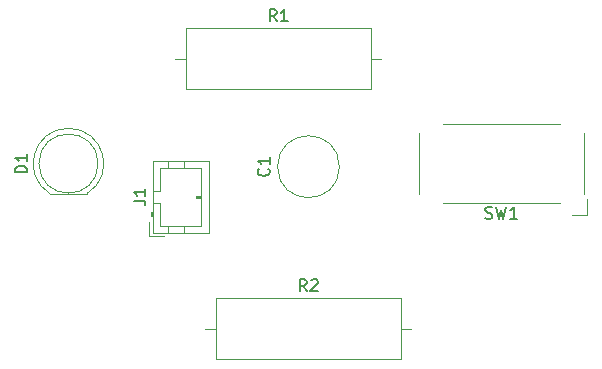
<source format=gbr>
%TF.GenerationSoftware,KiCad,Pcbnew,(6.0.10)*%
%TF.CreationDate,2023-02-23T16:00:17-08:00*%
%TF.ProjectId,lab4 Exercise 1,6c616234-2045-4786-9572-636973652031,rev?*%
%TF.SameCoordinates,Original*%
%TF.FileFunction,Legend,Top*%
%TF.FilePolarity,Positive*%
%FSLAX46Y46*%
G04 Gerber Fmt 4.6, Leading zero omitted, Abs format (unit mm)*
G04 Created by KiCad (PCBNEW (6.0.10)) date 2023-02-23 16:00:17*
%MOMM*%
%LPD*%
G01*
G04 APERTURE LIST*
%ADD10C,0.150000*%
%ADD11C,0.120000*%
G04 APERTURE END LIST*
D10*
%TO.C,D1*%
X120952380Y-88368095D02*
X119952380Y-88368095D01*
X119952380Y-88130000D01*
X120000000Y-87987142D01*
X120095238Y-87891904D01*
X120190476Y-87844285D01*
X120380952Y-87796666D01*
X120523809Y-87796666D01*
X120714285Y-87844285D01*
X120809523Y-87891904D01*
X120904761Y-87987142D01*
X120952380Y-88130000D01*
X120952380Y-88368095D01*
X120952380Y-86844285D02*
X120952380Y-87415714D01*
X120952380Y-87130000D02*
X119952380Y-87130000D01*
X120095238Y-87225238D01*
X120190476Y-87320476D01*
X120238095Y-87415714D01*
%TO.C,SW1*%
X159766666Y-92254761D02*
X159909523Y-92302380D01*
X160147619Y-92302380D01*
X160242857Y-92254761D01*
X160290476Y-92207142D01*
X160338095Y-92111904D01*
X160338095Y-92016666D01*
X160290476Y-91921428D01*
X160242857Y-91873809D01*
X160147619Y-91826190D01*
X159957142Y-91778571D01*
X159861904Y-91730952D01*
X159814285Y-91683333D01*
X159766666Y-91588095D01*
X159766666Y-91492857D01*
X159814285Y-91397619D01*
X159861904Y-91350000D01*
X159957142Y-91302380D01*
X160195238Y-91302380D01*
X160338095Y-91350000D01*
X160671428Y-91302380D02*
X160909523Y-92302380D01*
X161100000Y-91588095D01*
X161290476Y-92302380D01*
X161528571Y-91302380D01*
X162433333Y-92302380D02*
X161861904Y-92302380D01*
X162147619Y-92302380D02*
X162147619Y-91302380D01*
X162052380Y-91445238D01*
X161957142Y-91540476D01*
X161861904Y-91588095D01*
%TO.C,J1*%
X129972380Y-90773333D02*
X130686666Y-90773333D01*
X130829523Y-90820952D01*
X130924761Y-90916190D01*
X130972380Y-91059047D01*
X130972380Y-91154285D01*
X130972380Y-89773333D02*
X130972380Y-90344761D01*
X130972380Y-90059047D02*
X129972380Y-90059047D01*
X130115238Y-90154285D01*
X130210476Y-90249523D01*
X130258095Y-90344761D01*
%TO.C,C1*%
X141387142Y-88066666D02*
X141434761Y-88114285D01*
X141482380Y-88257142D01*
X141482380Y-88352380D01*
X141434761Y-88495238D01*
X141339523Y-88590476D01*
X141244285Y-88638095D01*
X141053809Y-88685714D01*
X140910952Y-88685714D01*
X140720476Y-88638095D01*
X140625238Y-88590476D01*
X140530000Y-88495238D01*
X140482380Y-88352380D01*
X140482380Y-88257142D01*
X140530000Y-88114285D01*
X140577619Y-88066666D01*
X141482380Y-87114285D02*
X141482380Y-87685714D01*
X141482380Y-87400000D02*
X140482380Y-87400000D01*
X140625238Y-87495238D01*
X140720476Y-87590476D01*
X140768095Y-87685714D01*
%TO.C,R2*%
X144613333Y-98432380D02*
X144280000Y-97956190D01*
X144041904Y-98432380D02*
X144041904Y-97432380D01*
X144422857Y-97432380D01*
X144518095Y-97480000D01*
X144565714Y-97527619D01*
X144613333Y-97622857D01*
X144613333Y-97765714D01*
X144565714Y-97860952D01*
X144518095Y-97908571D01*
X144422857Y-97956190D01*
X144041904Y-97956190D01*
X144994285Y-97527619D02*
X145041904Y-97480000D01*
X145137142Y-97432380D01*
X145375238Y-97432380D01*
X145470476Y-97480000D01*
X145518095Y-97527619D01*
X145565714Y-97622857D01*
X145565714Y-97718095D01*
X145518095Y-97860952D01*
X144946666Y-98432380D01*
X145565714Y-98432380D01*
%TO.C,R1*%
X142073333Y-75572380D02*
X141740000Y-75096190D01*
X141501904Y-75572380D02*
X141501904Y-74572380D01*
X141882857Y-74572380D01*
X141978095Y-74620000D01*
X142025714Y-74667619D01*
X142073333Y-74762857D01*
X142073333Y-74905714D01*
X142025714Y-75000952D01*
X141978095Y-75048571D01*
X141882857Y-75096190D01*
X141501904Y-75096190D01*
X143025714Y-75572380D02*
X142454285Y-75572380D01*
X142740000Y-75572380D02*
X142740000Y-74572380D01*
X142644761Y-74715238D01*
X142549523Y-74810476D01*
X142454285Y-74858095D01*
D11*
%TO.C,D1*%
X122915000Y-90190000D02*
X126005000Y-90190000D01*
X124460462Y-84640000D02*
G75*
G03*
X122915170Y-90190000I-462J-2990000D01*
G01*
X126004830Y-90190000D02*
G75*
G03*
X124459538Y-84640000I-1544830J2560000D01*
G01*
X126960000Y-87630000D02*
G75*
G03*
X126960000Y-87630000I-2500000J0D01*
G01*
%TO.C,SW1*%
X154100000Y-90250000D02*
X154100000Y-85050000D01*
X168100000Y-85050000D02*
X168100000Y-90250000D01*
X166050000Y-91000000D02*
X156150000Y-91000000D01*
X168400000Y-91950000D02*
X167100000Y-91950000D01*
X168400000Y-90650000D02*
X168400000Y-91950000D01*
X156150000Y-84300000D02*
X166050000Y-84300000D01*
%TO.C,J1*%
X135720000Y-90440000D02*
X135220000Y-90440000D01*
X134220000Y-87380000D02*
X134220000Y-87990000D01*
X135720000Y-92890000D02*
X135720000Y-87990000D01*
X131510000Y-91740000D02*
X131510000Y-92040000D01*
X131610000Y-90940000D02*
X132220000Y-90940000D01*
X131310000Y-92550000D02*
X131310000Y-93800000D01*
X134220000Y-93500000D02*
X134220000Y-92890000D01*
X132220000Y-89940000D02*
X131610000Y-89940000D01*
X135220000Y-90540000D02*
X135220000Y-90340000D01*
X131310000Y-93800000D02*
X132560000Y-93800000D01*
X132220000Y-87990000D02*
X132220000Y-89940000D01*
X132220000Y-92890000D02*
X135720000Y-92890000D01*
X136330000Y-87380000D02*
X131610000Y-87380000D01*
X131410000Y-92040000D02*
X131610000Y-92040000D01*
X135220000Y-90340000D02*
X135720000Y-90340000D01*
X131610000Y-87380000D02*
X131610000Y-93500000D01*
X132220000Y-90940000D02*
X132220000Y-92890000D01*
X136330000Y-93500000D02*
X136330000Y-87380000D01*
X135720000Y-90540000D02*
X135220000Y-90540000D01*
X135720000Y-87990000D02*
X132220000Y-87990000D01*
X132920000Y-87380000D02*
X132920000Y-87990000D01*
X132920000Y-93500000D02*
X132920000Y-92890000D01*
X131610000Y-91740000D02*
X131410000Y-91740000D01*
X131410000Y-91740000D02*
X131410000Y-92040000D01*
X131610000Y-93500000D02*
X136330000Y-93500000D01*
%TO.C,C1*%
X147400000Y-87900000D02*
G75*
G03*
X147400000Y-87900000I-2620000J0D01*
G01*
%TO.C,R2*%
X136910000Y-104220000D02*
X152650000Y-104220000D01*
X153500000Y-101600000D02*
X152650000Y-101600000D01*
X152650000Y-98980000D02*
X136910000Y-98980000D01*
X136060000Y-101600000D02*
X136910000Y-101600000D01*
X152650000Y-104220000D02*
X152650000Y-98980000D01*
X136910000Y-98980000D02*
X136910000Y-104220000D01*
%TO.C,R1*%
X150960000Y-78740000D02*
X150110000Y-78740000D01*
X134370000Y-81360000D02*
X150110000Y-81360000D01*
X134370000Y-76120000D02*
X134370000Y-81360000D01*
X150110000Y-76120000D02*
X134370000Y-76120000D01*
X150110000Y-81360000D02*
X150110000Y-76120000D01*
X133520000Y-78740000D02*
X134370000Y-78740000D01*
%TD*%
M02*

</source>
